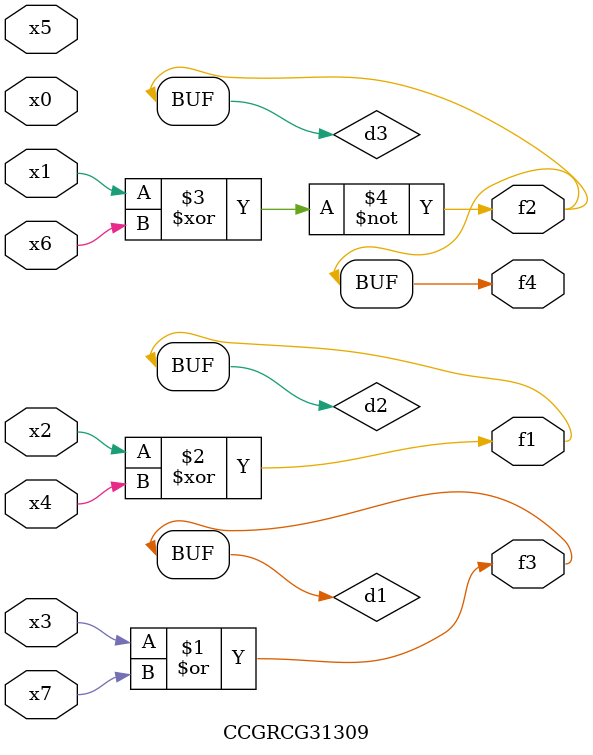
<source format=v>
module CCGRCG31309(
	input x0, x1, x2, x3, x4, x5, x6, x7,
	output f1, f2, f3, f4
);

	wire d1, d2, d3;

	or (d1, x3, x7);
	xor (d2, x2, x4);
	xnor (d3, x1, x6);
	assign f1 = d2;
	assign f2 = d3;
	assign f3 = d1;
	assign f4 = d3;
endmodule

</source>
